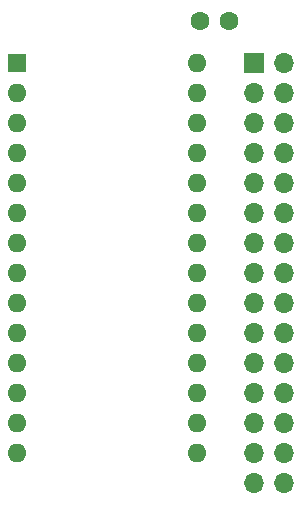
<source format=gbr>
%TF.GenerationSoftware,KiCad,Pcbnew,(5.99.0-7356-g63088e8bdb)*%
%TF.CreationDate,2021-06-15T10:51:39+08:00*%
%TF.ProjectId,AdapterCartdrige,41646170-7465-4724-9361-727464726967,rev?*%
%TF.SameCoordinates,Original*%
%TF.FileFunction,Soldermask,Top*%
%TF.FilePolarity,Negative*%
%FSLAX46Y46*%
G04 Gerber Fmt 4.6, Leading zero omitted, Abs format (unit mm)*
G04 Created by KiCad (PCBNEW (5.99.0-7356-g63088e8bdb)) date 2021-06-15 10:51:39*
%MOMM*%
%LPD*%
G01*
G04 APERTURE LIST*
%ADD10R,1.700000X1.700000*%
%ADD11O,1.700000X1.700000*%
%ADD12C,1.600000*%
%ADD13R,1.600000X1.600000*%
%ADD14O,1.600000X1.600000*%
G04 APERTURE END LIST*
D10*
%TO.C,J1*%
X121920000Y-51054000D03*
D11*
X124460000Y-51054000D03*
X121920000Y-53594000D03*
X124460000Y-53594000D03*
X121920000Y-56134000D03*
X124460000Y-56134000D03*
X121920000Y-58674000D03*
X124460000Y-58674000D03*
X121920000Y-61214000D03*
X124460000Y-61214000D03*
X121920000Y-63754000D03*
X124460000Y-63754000D03*
X121920000Y-66294000D03*
X124460000Y-66294000D03*
X121920000Y-68834000D03*
X124460000Y-68834000D03*
X121920000Y-71374000D03*
X124460000Y-71374000D03*
X121920000Y-73914000D03*
X124460000Y-73914000D03*
X121920000Y-76454000D03*
X124460000Y-76454000D03*
X121920000Y-78994000D03*
X124460000Y-78994000D03*
X121920000Y-81534000D03*
X124460000Y-81534000D03*
X121920000Y-84074000D03*
X124460000Y-84074000D03*
X121920000Y-86614000D03*
X124460000Y-86614000D03*
%TD*%
D12*
%TO.C,C1*%
X117348000Y-47498000D03*
X119848000Y-47498000D03*
%TD*%
D13*
%TO.C,U1*%
X101854000Y-51054000D03*
D14*
X101854000Y-53594000D03*
X101854000Y-56134000D03*
X101854000Y-58674000D03*
X101854000Y-61214000D03*
X101854000Y-63754000D03*
X101854000Y-66294000D03*
X101854000Y-68834000D03*
X101854000Y-71374000D03*
X101854000Y-73914000D03*
X101854000Y-76454000D03*
X101854000Y-78994000D03*
X101854000Y-81534000D03*
X101854000Y-84074000D03*
X117094000Y-84074000D03*
X117094000Y-81534000D03*
X117094000Y-78994000D03*
X117094000Y-76454000D03*
X117094000Y-73914000D03*
X117094000Y-71374000D03*
X117094000Y-68834000D03*
X117094000Y-66294000D03*
X117094000Y-63754000D03*
X117094000Y-61214000D03*
X117094000Y-58674000D03*
X117094000Y-56134000D03*
X117094000Y-53594000D03*
X117094000Y-51054000D03*
%TD*%
M02*

</source>
